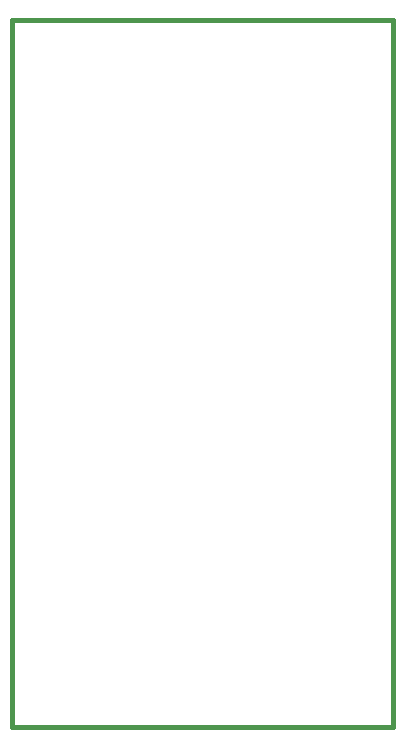
<source format=gm1>
G04 #@! TF.FileFunction,Profile,NP*
%FSLAX46Y46*%
G04 Gerber Fmt 4.6, Leading zero omitted, Abs format (unit mm)*
G04 Created by KiCad (PCBNEW 4.0.7) date 10/31/17 13:14:18*
%MOMM*%
%LPD*%
G01*
G04 APERTURE LIST*
%ADD10C,0.150000*%
%ADD11C,0.381000*%
G04 APERTURE END LIST*
D10*
D11*
X124700000Y-121500000D02*
X124700000Y-61650000D01*
X157000000Y-121500000D02*
X124700000Y-121500000D01*
X157000000Y-61650000D02*
X157000000Y-121500000D01*
X124700000Y-61650000D02*
X157000000Y-61650000D01*
M02*

</source>
